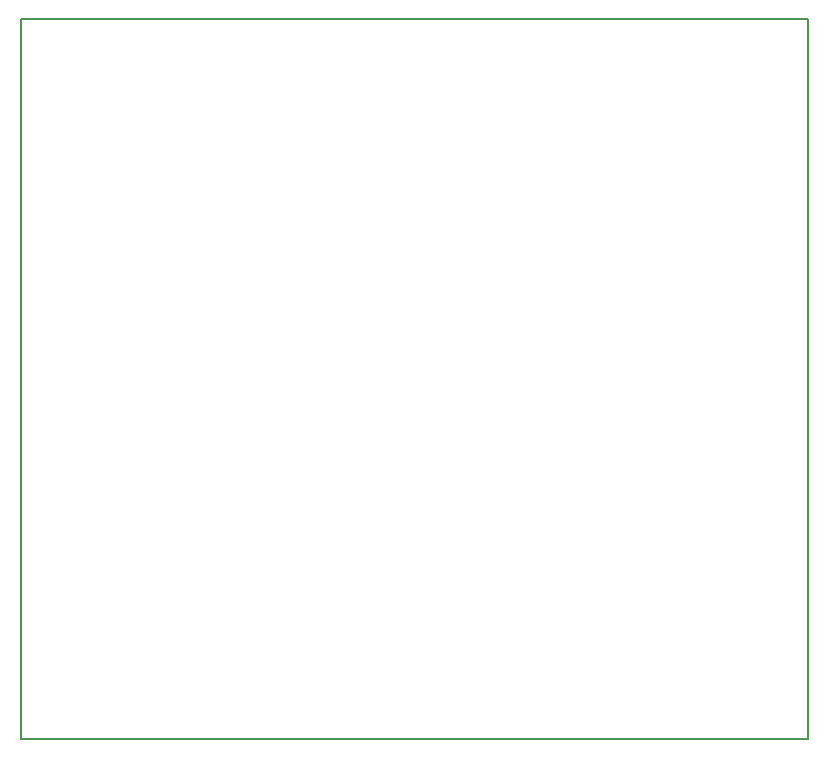
<source format=gbr>
G04 #@! TF.GenerationSoftware,KiCad,Pcbnew,(5.0.2)-1*
G04 #@! TF.CreationDate,2019-03-14T13:57:25-04:00*
G04 #@! TF.ProjectId,PCB10,50434231-302e-46b6-9963-61645f706362,rev?*
G04 #@! TF.SameCoordinates,Original*
G04 #@! TF.FileFunction,Profile,NP*
%FSLAX46Y46*%
G04 Gerber Fmt 4.6, Leading zero omitted, Abs format (unit mm)*
G04 Created by KiCad (PCBNEW (5.0.2)-1) date 3/14/2019 1:57:25 PM*
%MOMM*%
%LPD*%
G01*
G04 APERTURE LIST*
%ADD10C,0.150000*%
G04 APERTURE END LIST*
D10*
X197366000Y-73025000D02*
X197366000Y-134000000D01*
X130700000Y-134000000D02*
X197366000Y-134000000D01*
X130700000Y-73025000D02*
X130700000Y-134000000D01*
X197366000Y-73000000D02*
X130700000Y-73000000D01*
M02*

</source>
